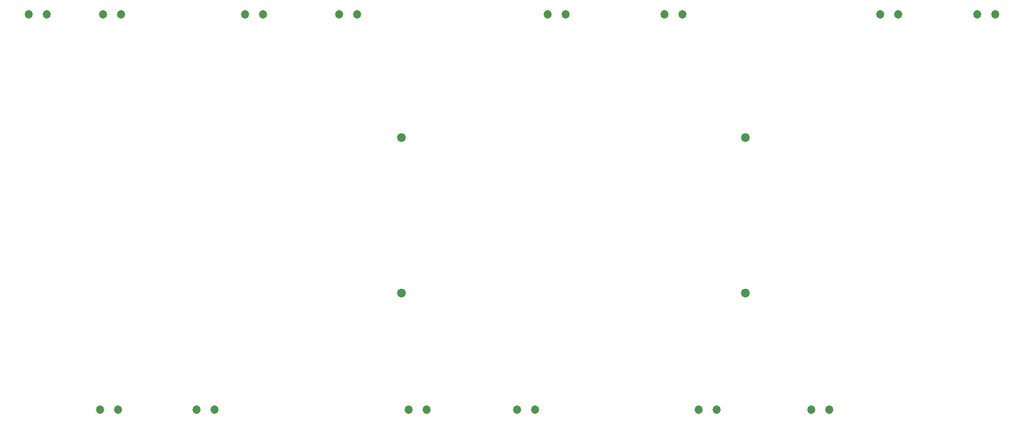
<source format=gbr>
%TF.GenerationSoftware,Altium Limited,Altium Designer,19.1.8 (144)*%
G04 Layer_Color=255*
%FSLAX26Y26*%
%MOIN*%
%TF.FileFunction,Pads,Bot*%
%TF.Part,Single*%
G01*
G75*
%TA.AperFunction,ComponentPad*%
%ADD16C,0.047244*%
%ADD17C,0.051181*%
D16*
X4725000Y196850D02*
D03*
X4625000D02*
D03*
X4100000D02*
D03*
X4000000D02*
D03*
X2990000D02*
D03*
X3090000D02*
D03*
X2485000D02*
D03*
X2385000D02*
D03*
X1305000D02*
D03*
X1205000D02*
D03*
X372047Y2401574D02*
D03*
X272047D02*
D03*
X785433D02*
D03*
X685433D02*
D03*
X1575000D02*
D03*
X1475000D02*
D03*
X2100000D02*
D03*
X2000000D02*
D03*
X3260000D02*
D03*
X3160000D02*
D03*
X3910000D02*
D03*
X3810000D02*
D03*
X5110000D02*
D03*
X5010000D02*
D03*
X5650000D02*
D03*
X5550000D02*
D03*
X770000Y196850D02*
D03*
X670000D02*
D03*
D17*
X2346850Y846456D02*
D03*
Y1712598D02*
D03*
X4260236Y846456D02*
D03*
Y1712598D02*
D03*
%TF.MD5,e0b6104c0edba477d60e52ad6b6225ac*%
M02*

</source>
